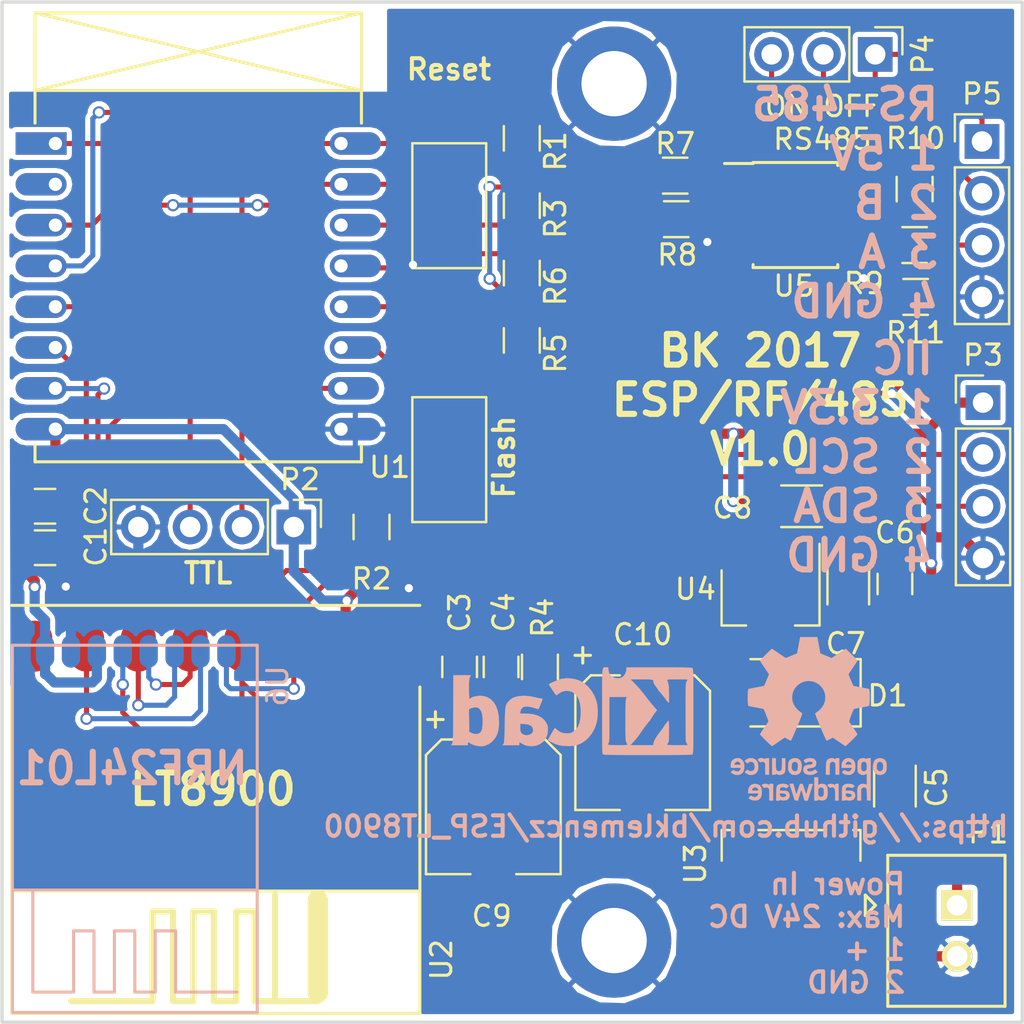
<source format=kicad_pcb>
(kicad_pcb (version 4) (host pcbnew 4.0.2-stable)
  (layers (0 F.Cu mixed) (31 B.Cu mixed) (34 B.Paste user) (35 F.Paste user) (36 B.SilkS user) (37 F.SilkS user) (38 B.Mask user) (39 F.Mask user) (44 Edge.Cuts user))
  (net 0 "")
  (net 1 +3V3)
  (net 2 GND)
  (net 3 /VIN)
  (net 4 +5V)
  (net 5 /RST)
  (net 6 /FLSH)
  (net 7 /CSN)
  (net 8 /SDA)
  (net 9 /SCL)
  (net 10 /SCK)
  (net 11 /MISO)
  (net 12 /MOSI)
  (net 13 /PKT)
  (net 14 /RxD)
  (net 15 /TxD)
  (net 16 /CHPD)
  (net 17 /DE_O)
  (net 18 /DE)
  (net 19 /485_B)
  (net 20 /485_A)
  (net 21 "Net-(R7-Pad1)")
  (module NRF24L01_12x18mm (layer B.Cu) (at 106.508 140.526)
    (fp_text reference U6 (at 7 -7 270) (layer B.SilkS) (effects (justify mirror)))
    (fp_text value nRF24L01_12x18mm)
    (pad 1 smd oval (at -4.4 -8.7) (size 0.9 1.6) (layers B.Cu B.Paste B.Mask) (net 1 +3V3))
    (pad 2 smd oval (at -3.13 -8.7) (size 0.9 1.6) (layers B.Cu B.Paste B.Mask) (net 2 GND))
    (pad 3 smd oval (at -1.86 -8.7) (size 0.9 1.6) (layers B.Cu B.Paste B.Mask) (net 1 +3V3))
    (pad 4 smd oval (at -0.59 -8.7) (size 0.9 1.6) (layers B.Cu B.Paste B.Mask) (net 7 /CSN))
    (pad 5 smd oval (at 0.68 -8.7) (size 0.9 1.6) (layers B.Cu B.Paste B.Mask) (net 10 /SCK))
    (pad 6 smd oval (at 1.95 -8.7) (size 0.9 1.6) (layers B.Cu B.Paste B.Mask) (net 12 /MOSI))
    (pad 7 smd oval (at 3.22 -8.7) (size 0.9 1.6) (layers B.Cu B.Paste B.Mask) (net 11 /MISO))
    (pad 8 smd oval (at 4.49 -8.7) (size 0.9 1.6) (layers B.Cu B.Paste B.Mask) (net 13 /PKT))
  )
  (module LT8900_2.54mmPitch_SMD_20x20 (layer F.Cu) (at 119.38 131.572 270)
    (fp_text reference U2 (at 15.367 -2.159 450) (layer F.SilkS))
    (fp_text value LT8900)
    (pad 1 smd rect (at 0 0 270) (size 2.5 1.7272) (layers F.Cu F.Paste F.Mask) (net 2 GND))
    (pad 2 smd oval (at 0 2.54 270) (size 2.5 1.7272) (layers F.Cu F.Paste F.Mask) (net 1 +3V3))
    (pad 3 smd oval (at 0 5.08 270) (size 2.5 1.7272) (layers F.Cu F.Paste F.Mask) (net 13 /PKT))
    (pad 4 smd oval (at 0 7.62 270) (size 2.5 1.7272) (layers F.Cu F.Paste F.Mask) (net 7 /CSN))
    (pad 5 smd oval (at 0 10.16 270) (size 2.5 1.7272) (layers F.Cu F.Paste F.Mask) (net 10 /SCK))
    (pad 6 smd oval (at 0 12.7 270) (size 2.5 1.7272) (layers F.Cu F.Paste F.Mask) (net 12 /MOSI))
    (pad 7 smd oval (at 0 15.24 270) (size 2.5 1.7272) (layers F.Cu F.Paste F.Mask) (net 11 /MISO))
    (pad 8 smd oval (at 0 17.78 270) (size 2.5 1.7272) (layers F.Cu F.Paste F.Mask))
  )
  (module Resistors_SMD:R_0805 (layer F.Cu) (at 144.78 114.4524)
    (fp_text reference R11 (at 0 1.7526) (layer F.SilkS))
    (fp_text value 510)
    (pad 1 smd rect (at -0.95 0) (size 0.7 1.3) (layers F.Cu F.Paste F.Mask) (net 19 /485_B))
    (pad 2 smd rect (at 0.95 0) (size 0.7 1.3) (layers F.Cu F.Paste F.Mask) (net 2 GND))
  )
  (module Buttons_Switches_SMD:SW_SPST_FSMSM (layer F.Cu) (at 121.92 109.982 270)
    (fp_text reference SW1 hide)
    (fp_text value Reset)
    (pad 1 smd rect (at -4.59 0 270) (size 2.18 1.6) (layers F.Cu F.Paste F.Mask) (net 5 /RST))
    (pad 2 smd rect (at 4.59 0 270) (size 2.18 1.6) (layers F.Cu F.Paste F.Mask) (net 2 GND))
  )
  (module Capacitors_SMD:C_0805 (layer F.Cu) (at 102.108 126.746)
    (fp_text reference C1 (at 2.492 -0.046 90) (layer F.SilkS))
    (fp_text value 100n)
    (pad 1 smd rect (at -1 0) (size 1 1.25) (layers F.Cu F.Paste F.Mask) (net 1 +3V3))
    (pad 2 smd rect (at 1 0) (size 1 1.25) (layers F.Cu F.Paste F.Mask) (net 2 GND))
  )
  (module Capacitors_SMD:C_0805 (layer F.Cu) (at 102.108 124.714)
    (fp_text reference C2 (at 2.492 -0.014 90) (layer F.SilkS))
    (fp_text value 1uF)
    (pad 1 smd rect (at -1 0) (size 1 1.25) (layers F.Cu F.Paste F.Mask) (net 1 +3V3))
    (pad 2 smd rect (at 1 0) (size 1 1.25) (layers F.Cu F.Paste F.Mask) (net 2 GND))
  )
  (module Capacitors_SMD:C_0805 (layer F.Cu) (at 122.428 132.588 90)
    (fp_text reference C3 (at 2.667 0 90) (layer F.SilkS))
    (fp_text value 100n)
    (pad 1 smd rect (at -1 0 90) (size 1 1.25) (layers F.Cu F.Paste F.Mask) (net 1 +3V3))
    (pad 2 smd rect (at 1 0 90) (size 1 1.25) (layers F.Cu F.Paste F.Mask) (net 2 GND))
  )
  (module Capacitors_SMD:C_0805 (layer F.Cu) (at 124.46 132.588 90)
    (fp_text reference C4 (at 2.667 0.127 90) (layer F.SilkS))
    (fp_text value 1uF)
    (pad 1 smd rect (at -1 0 90) (size 1 1.25) (layers F.Cu F.Paste F.Mask) (net 1 +3V3))
    (pad 2 smd rect (at 1 0 90) (size 1 1.25) (layers F.Cu F.Paste F.Mask) (net 2 GND))
  )
  (module Capacitors_SMD:C_1206 (layer F.Cu) (at 143.764 138.43 270)
    (fp_text reference C5 (at 0.07 -2.036 450) (layer F.SilkS))
    (fp_text value 10uF)
    (pad 1 smd rect (at -1.5 0 270) (size 1 1.6) (layers F.Cu F.Paste F.Mask) (net 3 /VIN))
    (pad 2 smd rect (at 1.5 0 270) (size 1 1.6) (layers F.Cu F.Paste F.Mask) (net 2 GND))
  )
  (module Capacitors_SMD:C_0805 (layer F.Cu) (at 143.764 128.524 90)
    (fp_text reference C6 (at 2.524 0 180) (layer F.SilkS))
    (fp_text value 100nF)
    (pad 1 smd rect (at -1 0 90) (size 1 1.25) (layers F.Cu F.Paste F.Mask) (net 4 +5V))
    (pad 2 smd rect (at 1 0 90) (size 1 1.25) (layers F.Cu F.Paste F.Mask) (net 2 GND))
  )
  (module Capacitors_SMD:C_1206 (layer F.Cu) (at 141.478 128.524 90)
    (fp_text reference C7 (at -2.921 -0.127 180) (layer F.SilkS))
    (fp_text value 1uF)
    (pad 1 smd rect (at -1.5 0 90) (size 1 1.6) (layers F.Cu F.Paste F.Mask) (net 4 +5V))
    (pad 2 smd rect (at 1.5 0 90) (size 1 1.6) (layers F.Cu F.Paste F.Mask) (net 2 GND))
  )
  (module Capacitors_SMD:C_1206 (layer F.Cu) (at 139.192 124.714)
    (fp_text reference C8 (at -3.392 0.086) (layer F.SilkS))
    (fp_text value 10uF)
    (pad 1 smd rect (at -1.5 0) (size 1 1.6) (layers F.Cu F.Paste F.Mask) (net 1 +3V3))
    (pad 2 smd rect (at 1.5 0) (size 1 1.6) (layers F.Cu F.Paste F.Mask) (net 2 GND))
  )
  (module BK_Common:JST_B2B-XH-A (layer F.Cu) (at 146.812 144.272 270)
    (fp_text reference P1 (at -3.556 -1.524 360) (layer F.SilkS))
    (fp_text value PWR)
    (pad 1 thru_hole rect (at 0 0 270) (size 1.5 1.5) (drill 1) (layers *.Cu *.Mask F.SilkS) (net 3 /VIN))
    (pad 2 thru_hole circle (at 2.5 0 270) (size 1.5 1.5) (drill 1) (layers *.Cu *.Mask F.SilkS) (net 2 GND))
  )
  (module Resistors_SMD:R_0805 (layer F.Cu) (at 125.476 106.68 90)
    (fp_text reference R1 (at -0.635 1.651 90) (layer F.SilkS))
    (fp_text value 10k)
    (pad 1 smd rect (at -0.95 0 90) (size 0.7 1.3) (layers F.Cu F.Paste F.Mask) (net 1 +3V3))
    (pad 2 smd rect (at 0.95 0 90) (size 0.7 1.3) (layers F.Cu F.Paste F.Mask) (net 5 /RST))
  )
  (module Resistors_SMD:R_0805 (layer F.Cu) (at 118.11 125.73 90)
    (fp_text reference R2 (at -2.54 0 180) (layer F.SilkS))
    (fp_text value 10k)
    (pad 1 smd rect (at -0.95 0 90) (size 0.7 1.3) (layers F.Cu F.Paste F.Mask) (net 1 +3V3))
    (pad 2 smd rect (at 0.95 0 90) (size 0.7 1.3) (layers F.Cu F.Paste F.Mask) (net 6 /FLSH))
  )
  (module Resistors_SMD:R_0805 (layer F.Cu) (at 125.476 109.982 270)
    (fp_text reference R3 (at 0.635 -1.65 270) (layer F.SilkS))
    (fp_text value 10k)
    (pad 1 smd rect (at -0.95 0 270) (size 0.7 1.3) (layers F.Cu F.Paste F.Mask) (net 1 +3V3))
    (pad 2 smd rect (at 0.95 0 270) (size 0.7 1.3) (layers F.Cu F.Paste F.Mask) (net 16 /CHPD))
  )
  (module Resistors_SMD:R_0805 (layer F.Cu) (at 126.365 132.588 90)
    (fp_text reference R4 (at 2.413 0.127 90) (layer F.SilkS))
    (fp_text value 10k)
    (pad 1 smd rect (at -0.95 0 90) (size 0.7 1.3) (layers F.Cu F.Paste F.Mask) (net 7 /CSN))
    (pad 2 smd rect (at 0.95 0 90) (size 0.7 1.3) (layers F.Cu F.Paste F.Mask) (net 2 GND))
  )
  (module Resistors_SMD:R_0805 (layer F.Cu) (at 125.476 116.586 270)
    (fp_text reference R5 (at 0.635 -1.651 270) (layer F.SilkS))
    (fp_text value 10k)
    (pad 1 smd rect (at -0.95 0 270) (size 0.7 1.3) (layers F.Cu F.Paste F.Mask) (net 1 +3V3))
    (pad 2 smd rect (at 0.95 0 270) (size 0.7 1.3) (layers F.Cu F.Paste F.Mask) (net 8 /SDA))
  )
  (module Resistors_SMD:R_0805 (layer F.Cu) (at 125.476 113.284 90)
    (fp_text reference R6 (at -0.635 1.651 90) (layer F.SilkS))
    (fp_text value 10k)
    (pad 1 smd rect (at -0.95 0 90) (size 0.7 1.3) (layers F.Cu F.Paste F.Mask) (net 1 +3V3))
    (pad 2 smd rect (at 0.95 0 90) (size 0.7 1.3) (layers F.Cu F.Paste F.Mask) (net 9 /SCL))
  )
  (module Buttons_Switches_SMD:SW_SPST_FSMSM (layer F.Cu) (at 121.92 122.428 270)
    (fp_text reference SW2 hide)
    (fp_text value Flash)
    (pad 1 smd rect (at -4.59 0 270) (size 2.18 1.6) (layers F.Cu F.Paste F.Mask) (net 6 /FLSH))
    (pad 2 smd rect (at 4.59 0 270) (size 2.18 1.6) (layers F.Cu F.Paste F.Mask) (net 2 GND))
  )
  (module BK_Common:ESP-07v2 (layer F.Cu) (at 102.616 106.934)
    (fp_text reference U1 (at 16.384 15.866) (layer F.SilkS))
    (fp_text value ESP-07)
    (fp_text user "" (at 6.892 -5.4) (layer F.SilkS))
    (pad 1 thru_hole rect (at 0 0) (size 2.5 1.1) (drill 0.65 (offset -0.7 0)) (layers *.Cu *.Mask) (net 5 /RST))
    (pad 2 thru_hole oval (at 0 2) (size 2.5 1.1) (drill 0.65 (offset -0.7 0)) (layers *.Cu *.Mask))
    (pad 3 thru_hole oval (at 0 4) (size 2.5 1.1) (drill 0.65 (offset -0.7 0)) (layers *.Cu *.Mask) (net 16 /CHPD))
    (pad 4 thru_hole oval (at 0 6) (size 2.5 1.1) (drill 0.65 (offset -0.7 0)) (layers *.Cu *.Mask) (net 18 /DE))
    (pad 5 thru_hole oval (at 0 8) (size 2.5 1.1) (drill 0.65 (offset -0.7 0)) (layers *.Cu *.Mask) (net 10 /SCK))
    (pad 6 thru_hole oval (at 0 10) (size 2.5 1.1) (drill 0.65 (offset -0.7 0)) (layers *.Cu *.Mask) (net 11 /MISO))
    (pad 7 thru_hole oval (at 0 12) (size 2.5 1.1) (drill 0.65 (offset -0.7 0)) (layers *.Cu *.Mask) (net 12 /MOSI))
    (pad 8 thru_hole oval (at 0 14) (size 2.5 1.1) (drill 0.65 (offset -0.7 0)) (layers *.Cu *.Mask) (net 1 +3V3))
    (pad 9 thru_hole oval (at 14 14) (size 2.5 1.1) (drill 0.65 (offset 0.7 0)) (layers *.Cu *.Mask) (net 2 GND))
    (pad 10 thru_hole oval (at 14 12) (size 2.5 1.1) (drill 0.65 (offset 0.6 0)) (layers *.Cu *.Mask) (net 7 /CSN))
    (pad 11 thru_hole oval (at 14 10) (size 2.5 1.1) (drill 0.65 (offset 0.7 0)) (layers *.Cu *.Mask) (net 13 /PKT))
    (pad 12 thru_hole oval (at 14 8) (size 2.5 1.1) (drill 0.65 (offset 0.7 0)) (layers *.Cu *.Mask) (net 6 /FLSH))
    (pad 13 thru_hole oval (at 14 6) (size 2.5 1.1) (drill 0.65 (offset 0.7 0)) (layers *.Cu *.Mask) (net 8 /SDA))
    (pad 14 thru_hole oval (at 14 4) (size 2.5 1.1) (drill 0.65 (offset 0.7 0)) (layers *.Cu *.Mask) (net 9 /SCL))
    (pad 15 thru_hole oval (at 14 2) (size 2.5 1.1) (drill 0.65 (offset 0.7 0)) (layers *.Cu *.Mask) (net 14 /RxD))
    (pad 16 thru_hole oval (at 14 0) (size 2.5 1.1) (drill 0.65 (offset 0.7 0)) (layers *.Cu *.Mask) (net 15 /TxD))
  )
  (module TO_SOT_Packages_SMD:TO-252-2Lead (layer F.Cu) (at 138.684 141.986 270)
    (fp_text reference U3 (at 0.254 4.699 270) (layer F.SilkS))
    (fp_text value MC78M05CDT)
    (pad 1 smd rect (at -3.7 -2.29 180) (size 2 3.5) (layers F.Cu F.Paste F.Mask) (net 3 /VIN))
    (pad 3 smd rect (at -3.7 2.29 180) (size 2 3.5) (layers F.Cu F.Paste F.Mask) (net 4 +5V))
    (pad 2 smd rect (at 3.7 0.01 180) (size 7 7) (layers F.Cu F.Paste F.Mask) (net 2 GND))
  )
  (module TO_SOT_Packages_SMD:SOT89-3_Housing (layer F.Cu) (at 137.668 128.778 270)
    (fp_text reference U4 (at 0 3.683 360) (layer F.SilkS))
    (fp_text value HT7333-A)
    (pad 1 smd rect (at -1.48 -1.5 180) (size 1 1.5) (layers F.Cu F.Paste F.Mask) (net 2 GND))
    (pad 2 smd rect (at -1.48 0 180) (size 1 1.5) (layers F.Cu F.Paste F.Mask) (net 4 +5V))
    (pad 3 smd rect (at -1.48 1.5 180) (size 1 1.5) (layers F.Cu F.Paste F.Mask) (net 1 +3V3))
    (pad 2 smd rect (at 1.48 0 180) (size 2 3) (layers F.Cu F.Paste F.Mask) (net 4 +5V))
    (pad 2 smd trapezoid (at -0.37 0) (size 1.5 0.75) (rect_delta 0 0.5) (layers F.Cu F.Paste F.Mask) (net 4 +5V))
  )
  (module Diodes_SMD:D_SMA_Standard (layer F.Cu) (at 138.684 133.858 180)
    (fp_text reference D1 (at -4.716 -0.142 180) (layer F.SilkS))
    (fp_text value SS13)
    (pad 1 smd rect (at -2 0 180) (size 2.5 1.8) (layers F.Cu F.Paste F.Mask) (net 3 /VIN))
    (pad 2 smd rect (at 2 0 180) (size 2.5 1.8) (layers F.Cu F.Paste F.Mask) (net 4 +5V))
  )
  (module Pin_Headers:Pin_Header_Straight_1x04_Pitch2.54mm (layer F.Cu) (at 114.3 125.73 270)
    (fp_text reference P2 (at -2.33 -0.3 360) (layer F.SilkS))
    (fp_text value TTL)
    (pad 1 thru_hole rect (at 0 0 270) (size 1.7 1.7) (drill 1) (layers *.Cu *.Mask) (net 1 +3V3))
    (pad 2 thru_hole oval (at 0 2.54 270) (size 1.7 1.7) (drill 1) (layers *.Cu *.Mask) (net 14 /RxD))
    (pad 3 thru_hole oval (at 0 5.08 270) (size 1.7 1.7) (drill 1) (layers *.Cu *.Mask) (net 15 /TxD))
    (pad 4 thru_hole oval (at 0 7.62 270) (size 1.7 1.7) (drill 1) (layers *.Cu *.Mask) (net 2 GND))
  )
  (module Pin_Headers:Pin_Header_Straight_1x04_Pitch2.54mm (layer F.Cu) (at 148.082 119.634)
    (fp_text reference P3 (at 0 -2.33) (layer F.SilkS))
    (fp_text value I2C)
    (pad 1 thru_hole rect (at 0 0) (size 1.7 1.7) (drill 1) (layers *.Cu *.Mask) (net 1 +3V3))
    (pad 2 thru_hole oval (at 0 2.54) (size 1.7 1.7) (drill 1) (layers *.Cu *.Mask) (net 9 /SCL))
    (pad 3 thru_hole oval (at 0 5.08) (size 1.7 1.7) (drill 1) (layers *.Cu *.Mask) (net 8 /SDA))
    (pad 4 thru_hole oval (at 0 7.62) (size 1.7 1.7) (drill 1) (layers *.Cu *.Mask) (net 2 GND))
  )
  (module Pin_Headers:Pin_Header_Straight_1x03_Pitch2.54mm (layer F.Cu) (at 142.7988 102.5652 270)
    (fp_text reference P4 (at 0 -2.33 270) (layer F.SilkS))
    (fp_text value 485_EN)
    (pad 1 thru_hole rect (at 0 0 270) (size 1.7 1.7) (drill 1) (layers *.Cu *.Mask) (net 4 +5V))
    (pad 2 thru_hole oval (at 0 2.54 270) (size 1.7 1.7) (drill 1) (layers *.Cu *.Mask) (net 17 /DE_O))
    (pad 3 thru_hole oval (at 0 5.08 270) (size 1.7 1.7) (drill 1) (layers *.Cu *.Mask) (net 18 /DE))
  )
  (module Pin_Headers:Pin_Header_Straight_1x04_Pitch2.54mm (layer F.Cu) (at 148.0312 106.8324)
    (fp_text reference P5 (at 0 -2.33) (layer F.SilkS))
    (fp_text value RS485)
    (pad 1 thru_hole rect (at 0 0) (size 1.7 1.7) (drill 1) (layers *.Cu *.Mask) (net 4 +5V))
    (pad 2 thru_hole oval (at 0 2.54) (size 1.7 1.7) (drill 1) (layers *.Cu *.Mask) (net 19 /485_B))
    (pad 3 thru_hole oval (at 0 5.08) (size 1.7 1.7) (drill 1) (layers *.Cu *.Mask) (net 20 /485_A))
    (pad 4 thru_hole oval (at 0 7.62) (size 1.7 1.7) (drill 1) (layers *.Cu *.Mask) (net 2 GND))
  )
  (module Resistors_SMD:R_0805 (layer F.Cu) (at 132.9944 108.5088 180)
    (fp_text reference R7 (at 0 1.5748 180) (layer F.SilkS))
    (fp_text value 10k)
    (pad 1 smd rect (at -0.95 0 180) (size 0.7 1.3) (layers F.Cu F.Paste F.Mask) (net 21 "Net-(R7-Pad1)"))
    (pad 2 smd rect (at 0.95 0 180) (size 0.7 1.3) (layers F.Cu F.Paste F.Mask) (net 14 /RxD))
  )
  (module Resistors_SMD:R_0805 (layer F.Cu) (at 133.0452 110.6424)
    (fp_text reference R8 (at 0.0508 1.7526) (layer F.SilkS))
    (fp_text value 20k)
    (pad 1 smd rect (at -0.95 0) (size 0.7 1.3) (layers F.Cu F.Paste F.Mask) (net 14 /RxD))
    (pad 2 smd rect (at 0.95 0) (size 0.7 1.3) (layers F.Cu F.Paste F.Mask) (net 2 GND))
  )
  (module Resistors_SMD:R_0805 (layer F.Cu) (at 144.7292 111.9124)
    (fp_text reference R9 (at -2.4892 1.8796) (layer F.SilkS))
    (fp_text value 510)
    (pad 1 smd rect (at -0.95 0) (size 0.7 1.3) (layers F.Cu F.Paste F.Mask) (net 4 +5V))
    (pad 2 smd rect (at 0.95 0) (size 0.7 1.3) (layers F.Cu F.Paste F.Mask) (net 20 /485_A))
  )
  (module Resistors_SMD:R_0805 (layer F.Cu) (at 144.7292 109.1692 90)
    (fp_text reference R10 (at 2.4892 0.0508 180) (layer F.SilkS))
    (fp_text value 120)
    (pad 1 smd rect (at -0.95 0 90) (size 0.7 1.3) (layers F.Cu F.Paste F.Mask) (net 20 /485_A))
    (pad 2 smd rect (at 0.95 0 90) (size 0.7 1.3) (layers F.Cu F.Paste F.Mask) (net 19 /485_B))
  )
  (module Housings_SOIC:SOIC-8_3.9x4.9mm_Pitch1.27mm (layer F.Cu) (at 138.8872 110.4392)
    (fp_text reference U5 (at -0.0762 3.4798) (layer F.SilkS))
    (fp_text value MAX487)
    (pad 1 smd rect (at -2.7 -1.905) (size 1.55 0.6) (layers F.Cu F.Paste F.Mask) (net 21 "Net-(R7-Pad1)"))
    (pad 2 smd rect (at -2.7 -0.635) (size 1.55 0.6) (layers F.Cu F.Paste F.Mask) (net 17 /DE_O))
    (pad 3 smd rect (at -2.7 0.635) (size 1.55 0.6) (layers F.Cu F.Paste F.Mask) (net 17 /DE_O))
    (pad 4 smd rect (at -2.7 1.905) (size 1.55 0.6) (layers F.Cu F.Paste F.Mask) (net 15 /TxD))
    (pad 5 smd rect (at 2.7 1.905) (size 1.55 0.6) (layers F.Cu F.Paste F.Mask) (net 2 GND))
    (pad 6 smd rect (at 2.7 0.635) (size 1.55 0.6) (layers F.Cu F.Paste F.Mask) (net 20 /485_A))
    (pad 7 smd rect (at 2.7 -0.635) (size 1.55 0.6) (layers F.Cu F.Paste F.Mask) (net 19 /485_B))
    (pad 8 smd rect (at 2.7 -1.905) (size 1.55 0.6) (layers F.Cu F.Paste F.Mask) (net 4 +5V))
  )
  (module Mounting_Holes:MountingHole_3.2mm_M3_DIN965_Pad (layer F.Cu) (at 130 146)
    (fp_text reference M2 hide)
    (fp_text value "")
    (pad 1 thru_hole circle (at 0 0) (size 5.6 5.6) (drill 3.2) (layers *.Cu *.Mask) (net 2 GND))
  )
  (module Mounting_Holes:MountingHole_3.2mm_M3_DIN965_Pad (layer F.Cu) (at 130 104)
    (fp_text reference M1 hide)
    (fp_text value "" hide)
    (pad 1 thru_hole circle (at 0 0) (size 5.6 5.6) (drill 3.2) (layers *.Cu *.Mask) (net 2 GND))
  )
  (module Symbols:OSHW-Logo_7.5x8mm_SilkScreen (layer B.Cu) (at 139.5476 135.128 180)
    (fp_text reference "" hide)
    (fp_text value "" hide)
  )
  (module Symbols:Symbol_KiCAD-Logo_CopperAndSilkScreenTop (layer B.Cu) (at 127.9652 134.5692 180)
    (fp_text reference "" hide)
    (fp_text value "" hide)
  )
  (module Capacitors_SMD:CP_Elec_6.3x7.7 (layer F.Cu) (at 124.079 139.446 270)
    (fp_text reference C9 (at 5.354 0.079 360) (layer F.SilkS))
    (fp_text value 330u/6.3V)
    (fp_text user + (at -4.28 2.91 270) (layer F.SilkS))
    (pad 1 smd rect (at -2.7 0 90) (size 3.5 1.6) (layers F.Cu F.Paste F.Mask) (net 1 +3V3))
    (pad 2 smd rect (at 2.7 0 90) (size 3.5 1.6) (layers F.Cu F.Paste F.Mask) (net 2 GND))
  )
  (module Capacitors_SMD:CP_Elec_6.3x5.3 (layer F.Cu) (at 131.4 136.3 270)
    (fp_text reference C10 (at -5.3 0 360) (layer F.SilkS))
    (fp_text value 100u/16V)
    (fp_text user + (at -4.28 3.01 270) (layer F.SilkS))
    (pad 1 smd rect (at -2.7 0 90) (size 3.5 1.6) (layers F.Cu F.Paste F.Mask) (net 4 +5V))
    (pad 2 smd rect (at 2.7 0 90) (size 3.5 1.6) (layers F.Cu F.Paste F.Mask) (net 2 GND))
  )
  (gr_text https://github.com/bklemencz/ESP_LT8900 (at 132.5372 140.4112) (layer B.SilkS) (effects (font (size 1 1) (thickness 0.2)) (justify mirror)))
  (gr_text LT8900 (at 110.3376 138.5824) (layer F.SilkS) (effects (font (size 1.5 1.5) (thickness 0.3))))
  (gr_text NRF24L01 (at 106.3752 137.5664) (layer B.SilkS) (effects (font (size 1.5 1.5) (thickness 0.3)) (justify mirror)))
  (gr_text TTL (at 110.1 128) (layer F.SilkS) (effects (font (size 1 1) (thickness 0.2))))
  (gr_text Flash (at 124.6 122.3 90) (layer F.SilkS) (effects (font (size 1 1) (thickness 0.2))))
  (gr_text Reset (at 121.9 103.3) (layer F.SilkS) (effects (font (size 1 1) (thickness 0.2))))
  (gr_text "BK 2017\nESP/RF/485\nV1.0" (at 137.16 119.507) (layer F.SilkS) (effects (font (size 1.5 1.5) (thickness 0.3))))
  (gr_text "ON OFF\nRS485" (at 140.208 105.918) (layer F.SilkS) (effects (font (size 1 1))))
  (gr_text "RS-485\n1 5V\n2 B\n3 A\n4 GND" (at 146.05 109.855) (layer B.SilkS) (effects (font (size 1.5 1.5) (thickness 0.3)) (justify left mirror)))
  (gr_text "IIC\n1 3.3V\n2 SCL\n3 SDA\n4 GND" (at 145.796 122.301) (layer B.SilkS) (effects (font (size 1.5 1.5) (thickness 0.3)) (justify left mirror)))
  (gr_text "Power In\nMax: 24V DC\n1 +\n2 GND" (at 144.3736 145.6436) (layer B.SilkS) (effects (font (size 1 1) (thickness 0.2)) (justify left mirror)))
  (gr_line (start 100 100) (end 100 150) (angle 90) (layer Edge.Cuts) (width 0.15))
  (gr_line (start 150 100) (end 100 100) (angle 90) (layer Edge.Cuts) (width 0.15))
  (gr_line (start 150 150) (end 150 100) (angle 90) (layer Edge.Cuts) (width 0.15))
  (gr_line (start 100 150) (end 150 150) (angle 90) (layer Edge.Cuts) (width 0.15))
  (segment (start 102.108 131.826) (end 102.108 132.9436) (width 0.5) (layer B.Cu) (net 1))
  (segment (start 104.424 133.35) (end 104.648 133.126) (width 0.5) (layer B.Cu) (net 1))
  (segment (start 102.108 132.9436) (end 102.1588 132.9436) (width 0.5) (layer B.Cu) (net 1))
  (segment (start 102.1588 132.9436) (end 102.5652 133.35) (width 0.5) (layer B.Cu) (net 1))
  (segment (start 102.5652 133.35) (end 104.424 133.35) (width 0.5) (layer B.Cu) (net 1))
  (segment (start 104.648 133.126) (end 104.648 131.826) (width 0.5) (layer B.Cu) (net 1))
  (via (at 116.8908 129.3368) (size 0.6) (drill 0.4) (layers F.Cu B.Cu) (net 1))
  (segment (start 115.7224 129.3368) (end 116.8908 129.3368) (width 0.5) (layer B.Cu) (net 1))
  (segment (start 114.3 127.9144) (end 115.7224 129.3368) (width 0.5) (layer B.Cu) (net 1))
  (segment (start 114.3 127.6096) (end 114.3 127.9144) (width 0.5) (layer B.Cu) (net 1))
  (segment (start 101.6 129.794) (end 101.6 128.6764) (width 0.5) (layer B.Cu) (net 1))
  (segment (start 102.108 130.302) (end 101.6 129.794) (width 0.5) (layer B.Cu) (net 1))
  (segment (start 102.108 131.826) (end 102.108 130.302) (width 0.5) (layer B.Cu) (net 1))
  (via (at 101.6 128.6764) (size 0.6) (drill 0.4) (layers F.Cu B.Cu) (net 1))
  (segment (start 101.6 128.363) (end 101.6 128.6764) (width 0.5) (layer F.Cu) (net 1))
  (segment (start 101.108 126.746) (end 101.108 127.871) (width 0.5) (layer F.Cu) (net 1))
  (segment (start 101.108 127.871) (end 101.6 128.363) (width 0.5) (layer F.Cu) (net 1))
  (segment (start 122.428 133.588) (end 122.428 135.095) (width 0.5) (layer F.Cu) (net 1))
  (segment (start 122.428 135.095) (end 124.079 136.746) (width 0.5) (layer F.Cu) (net 1))
  (segment (start 122.428 133.588) (end 121.303 133.588) (width 0.5) (layer F.Cu) (net 1))
  (segment (start 121.303 133.588) (end 121.287 133.604) (width 0.5) (layer F.Cu) (net 1))
  (segment (start 121.287 133.604) (end 117.348 133.604) (width 0.5) (layer F.Cu) (net 1))
  (segment (start 117.348 133.604) (end 116.84 133.096) (width 0.5) (layer F.Cu) (net 1))
  (segment (start 116.84 133.096) (end 116.84 131.572) (width 0.5) (layer F.Cu) (net 1))
  (segment (start 124.46 133.588) (end 122.428 133.588) (width 0.5) (layer F.Cu) (net 1))
  (segment (start 145.1864 121.158) (end 146.7104 119.634) (width 0.5) (layer F.Cu) (net 1))
  (segment (start 146.7104 119.634) (end 148.082 119.634) (width 0.5) (layer F.Cu) (net 1))
  (segment (start 135.8392 121.158) (end 145.1864 121.158) (width 0.5) (layer F.Cu) (net 1))
  (segment (start 128.3208 110.49) (end 126.8628 109.032) (width 0.5) (layer F.Cu) (net 1))
  (segment (start 126.8628 109.032) (end 125.476 109.032) (width 0.5) (layer F.Cu) (net 1))
  (segment (start 128.3208 115.7732) (end 128.3208 110.49) (width 0.5) (layer F.Cu) (net 1))
  (segment (start 133.7056 121.158) (end 128.3208 115.7732) (width 0.5) (layer F.Cu) (net 1))
  (segment (start 135.8392 121.158) (end 133.7056 121.158) (width 0.5) (layer F.Cu) (net 1))
  (segment (start 123.9012 109.0676) (end 125.4404 109.0676) (width 0.25) (layer F.Cu) (net 1))
  (segment (start 125.4404 109.0676) (end 125.476 109.032) (width 0.25) (layer F.Cu) (net 1))
  (via (at 123.9012 109.0676) (size 0.6) (drill 0.4) (layers F.Cu B.Cu) (net 1))
  (segment (start 123.9012 113.5592) (end 123.9012 109.0676) (width 0.25) (layer B.Cu) (net 1))
  (via (at 123.9012 113.5592) (size 0.6) (drill 0.4) (layers F.Cu B.Cu) (net 1))
  (segment (start 125.476 114.234) (end 124.576 114.234) (width 0.25) (layer F.Cu) (net 1))
  (segment (start 124.576 114.234) (end 123.9012 113.5592) (width 0.25) (layer F.Cu) (net 1))
  (segment (start 125.476 109.032) (end 125.776 109.032) (width 0.5) (layer F.Cu) (net 1))
  (segment (start 135.8392 124.46) (end 137.438 124.46) (width 0.5) (layer F.Cu) (net 1))
  (segment (start 137.438 124.46) (end 137.692 124.714) (width 0.5) (layer F.Cu) (net 1))
  (segment (start 135.8392 121.158) (end 135.8392 124.46) (width 0.5) (layer B.Cu) (net 1))
  (via (at 135.8392 124.46) (size 0.6) (drill 0.4) (layers F.Cu B.Cu) (net 1))
  (via (at 135.8392 121.158) (size 0.6) (drill 0.4) (layers F.Cu B.Cu) (net 1))
  (segment (start 114.3 125.73) (end 114.3 124.38) (width 0.5) (layer B.Cu) (net 1))
  (segment (start 114.3 124.38) (end 110.854 120.934) (width 0.5) (layer B.Cu) (net 1))
  (segment (start 110.854 120.934) (end 102.616 120.934) (width 0.5) (layer B.Cu) (net 1))
  (segment (start 114.3 127.6096) (end 114.3 125.73) (width 0.5) (layer B.Cu) (net 1))
  (segment (start 101.092 123.7234) (end 102.616 122.1994) (width 0.5) (layer F.Cu) (net 1))
  (segment (start 102.616 122.1994) (end 102.616 120.934) (width 0.5) (layer F.Cu) (net 1))
  (segment (start 101.092 124.573) (end 101.092 123.7234) (width 0.5) (layer F.Cu) (net 1))
  (segment (start 101.108 124.714) (end 101.108 124.589) (width 0.5) (layer F.Cu) (net 1))
  (segment (start 101.108 124.589) (end 101.092 124.573) (width 0.5) (layer F.Cu) (net 1))
  (segment (start 101.108 124.714) (end 101.108 126.746) (width 0.5) (layer F.Cu) (net 1))
  (segment (start 116.84 131.572) (end 116.84 129.3368) (width 0.5) (layer F.Cu) (net 1))
  (segment (start 116.84 129.3368) (end 118.11 128.0668) (width 0.5) (layer F.Cu) (net 1))
  (segment (start 118.11 128.0668) (end 118.11 126.68) (width 0.5) (layer F.Cu) (net 1))
  (segment (start 124.3584 125.1204) (end 119.9696 125.1204) (width 0.5) (layer F.Cu) (net 1))
  (segment (start 119.9696 125.1204) (end 118.41 126.68) (width 0.5) (layer F.Cu) (net 1))
  (segment (start 118.41 126.68) (end 118.11 126.68) (width 0.5) (layer F.Cu) (net 1))
  (segment (start 126.536 127.298) (end 124.3584 125.1204) (width 0.5) (layer F.Cu) (net 1))
  (segment (start 136.168 127.298) (end 126.536 127.298) (width 0.5) (layer F.Cu) (net 1))
  (segment (start 125.476 109.032) (end 125.476 107.63) (width 0.25) (layer F.Cu) (net 1))
  (segment (start 125.476 115.636) (end 125.476 114.234) (width 0.25) (layer F.Cu) (net 1))
  (segment (start 136.168 127.298) (end 136.168 126.238) (width 0.5) (layer F.Cu) (net 1))
  (segment (start 136.168 126.238) (end 137.692 124.714) (width 0.5) (layer F.Cu) (net 1))
  (segment (start 103.124 129.9972) (end 103.378 130.2512) (width 0.5) (layer B.Cu) (net 2))
  (segment (start 103.378 130.2512) (end 103.378 131.826) (width 0.5) (layer B.Cu) (net 2))
  (segment (start 103.124 128.651) (end 103.124 129.9972) (width 0.5) (layer B.Cu) (net 2))
  (segment (start 119.9388 129.2632) (end 119.9388 128.7272) (width 0.5) (layer F.Cu) (net 2))
  (via (at 119.9388 128.7272) (size 0.6) (drill 0.4) (layers F.Cu B.Cu) (net 2))
  (segment (start 119.38 131.572) (end 119.38 129.822) (width 0.5) (layer F.Cu) (net 2))
  (segment (start 119.38 129.822) (end 119.9388 129.2632) (width 0.5) (layer F.Cu) (net 2))
  (segment (start 133.8 142.35) (end 133.8 144.812) (width 0.5) (layer F.Cu) (net 2))
  (segment (start 133.8 144.812) (end 134.674 145.686) (width 0.5) (layer F.Cu) (net 2))
  (segment (start 134.674 145.686) (end 138.674 145.686) (width 0.5) (layer F.Cu) (net 2))
  (segment (start 131.4 139) (end 131.4 139.95) (width 0.5) (layer F.Cu) (net 2))
  (segment (start 131.4 139.95) (end 133.8 142.35) (width 0.5) (layer F.Cu) (net 2))
  (segment (start 127.635 140.208) (end 125.697 142.146) (width 0.5) (layer F.Cu) (net 2))
  (segment (start 125.697 142.146) (end 124.079 142.146) (width 0.5) (layer F.Cu) (net 2))
  (segment (start 127.635 132.608) (end 127.635 140.208) (width 0.5) (layer F.Cu) (net 2))
  (segment (start 126.365 131.638) (end 126.665 131.638) (width 0.5) (layer F.Cu) (net 2))
  (segment (start 126.665 131.638) (end 127.635 132.608) (width 0.5) (layer F.Cu) (net 2))
  (segment (start 121.285 130.048) (end 121.92 129.413) (width 0.5) (layer F.Cu) (net 2))
  (segment (start 121.92 129.413) (end 121.92 127.018) (width 0.5) (layer F.Cu) (net 2))
  (segment (start 120.7516 130.048) (end 121.285 130.048) (width 0.5) (layer F.Cu) (net 2))
  (segment (start 119.38 131.572) (end 119.38 131.4196) (width 0.5) (layer F.Cu) (net 2))
  (segment (start 119.38 131.4196) (end 120.7516 130.048) (width 0.5) (layer F.Cu) (net 2))
  (segment (start 122.428 131.588) (end 119.396 131.588) (width 0.5) (layer F.Cu) (net 2))
  (segment (start 119.396 131.588) (end 119.38 131.572) (width 0.5) (layer F.Cu) (net 2))
  (segment (start 124.46 131.588) (end 122.428 131.588) (width 0.5) (layer F.Cu) (net 2))
  (segment (start 126.365 131.638) (end 124.51 131.638) (width 0.5) (layer F.Cu) (net 2))
  (segment (start 124.51 131.638) (end 124.46 131.588) (width 0.5) (layer F.Cu) (net 2))
  (segment (start 145.7452 126.238) (end 144.2212 124.714) (width 0.5) (layer F.Cu) (net 2))
  (segment (start 144.2212 124.714) (end 140.692 124.714) (width 0.5) (layer F.Cu) (net 2))
  (segment (start 147.066 126.238) (end 145.7452 126.238) (width 0.5) (layer F.Cu) (net 2))
  (segment (start 148.082 127.254) (end 147.066 126.238) (width 0.5) (layer F.Cu) (net 2))
  (segment (start 140.692 125.1472) (end 141.478 125.9332) (width 0.5) (layer F.Cu) (net 2))
  (segment (start 141.478 125.9332) (end 141.478 127.024) (width 0.5) (layer F.Cu) (net 2))
  (segment (start 140.692 124.714) (end 140.692 125.1472) (width 0.5) (layer F.Cu) (net 2))
  (via (at 142.231 113.538) (size 0.6) (drill 0.4) (layers F.Cu B.Cu) (net 2))
  (segment (start 141.5872 112.3442) (end 141.5872 112.8942) (width 0.25) (layer F.Cu) (net 2))
  (segment (start 141.5872 112.8942) (end 142.231 113.538) (width 0.25) (layer F.Cu) (net 2))
  (via (at 134.5692 111.76) (size 0.6) (drill 0.4) (layers F.Cu B.Cu) (net 2))
  (segment (start 134.2128 111.76) (end 134.5692 111.76) (width 0.25) (layer F.Cu) (net 2))
  (segment (start 133.9952 110.6424) (end 133.9952 111.5424) (width 0.25) (layer F.Cu) (net 2))
  (segment (start 133.9952 111.5424) (end 134.2128 111.76) (width 0.25) (layer F.Cu) (net 2))
  (segment (start 145.73 114.4524) (end 148.0312 114.4524) (width 0.25) (layer F.Cu) (net 2))
  (via (at 120.142 112.8776) (size 0.6) (drill 0.4) (layers F.Cu B.Cu) (net 2))
  (segment (start 121.5656 112.8776) (end 120.142 112.8776) (width 0.25) (layer F.Cu) (net 2))
  (segment (start 121.92 114.572) (end 121.92 113.232) (width 0.25) (layer F.Cu) (net 2))
  (segment (start 121.92 113.232) (end 121.5656 112.8776) (width 0.25) (layer F.Cu) (net 2))
  (segment (start 103.108 126.746) (end 103.108 128.635) (width 0.5) (layer F.Cu) (net 2))
  (segment (start 103.108 128.635) (end 103.124 128.651) (width 0.5) (layer F.Cu) (net 2))
  (via (at 103.124 128.651) (size 0.6) (drill 0.4) (layers F.Cu B.Cu) (net 2))
  (segment (start 105.2068 128.651) (end 103.124 128.651) (width 0.5) (layer B.Cu) (net 2))
  (segment (start 106.68 127.1778) (end 105.2068 128.651) (width 0.5) (layer B.Cu) (net 2))
  (segment (start 106.68 126.932081) (end 106.68 127.1778) (width 0.5) (layer B.Cu) (net 2))
  (segment (start 106.68 125.73) (end 106.68 126.932081) (width 0.5) (layer B.Cu) (net 2))
  (segment (start 146.812 146.772) (end 139.76 146.772) (width 0.5) (layer F.Cu) (net 2))
  (segment (start 139.76 146.772) (end 138.674 145.686) (width 0.5) (layer F.Cu) (net 2))
  (segment (start 119.364 131.588) (end 119.38 131.572) (width 0.5) (layer F.Cu) (net 2))
  (segment (start 103.108 126.746) (end 103.108 124.714) (width 0.5) (layer F.Cu) (net 2))
  (segment (start 147.812 127.524) (end 148.082 127.254) (width 0.5) (layer F.Cu) (net 2))
  (segment (start 142.264 127.024) (end 142.264 127.149) (width 0.5) (layer F.Cu) (net 2))
  (segment (start 142.264 127.149) (end 142.639 127.524) (width 0.5) (layer F.Cu) (net 2))
  (segment (start 142.639 127.524) (end 143.764 127.524) (width 0.5) (layer F.Cu) (net 2))
  (segment (start 141.478 127.024) (end 142.264 127.024) (width 0.5) (layer F.Cu) (net 2))
  (segment (start 141.478 127.024) (end 139.442 127.024) (width 0.5) (layer F.Cu) (net 2))
  (segment (start 139.442 127.024) (end 139.168 127.298) (width 0.5) (layer F.Cu) (net 2))
  (segment (start 138.674 145.686) (end 142.674 145.686) (width 0.5) (layer F.Cu) (net 2))
  (segment (start 142.674 145.686) (end 143.764 144.596) (width 0.5) (layer F.Cu) (net 2))
  (segment (start 143.764 144.596) (end 143.764 140.93) (width 0.5) (layer F.Cu) (net 2))
  (segment (start 143.764 140.93) (end 143.764 139.93) (width 0.5) (layer F.Cu) (net 2))
  (segment (start 146.812 144.272) (end 146.812 139.678) (width 0.5) (layer F.Cu) (net 3))
  (segment (start 146.812 139.678) (end 144.064 136.93) (width 0.5) (layer F.Cu) (net 3))
  (segment (start 144.064 136.93) (end 143.764 136.93) (width 0.5) (layer F.Cu) (net 3))
  (segment (start 140.974 138.286) (end 142.408 138.286) (width 0.5) (layer F.Cu) (net 3))
  (segment (start 142.408 138.286) (end 143.764 136.93) (width 0.5) (layer F.Cu) (net 3))
  (segment (start 142.621 133.858) (end 143.764 135.001) (width 0.5) (layer F.Cu) (net 3))
  (segment (start 143.764 135.001) (end 143.764 136.93) (width 0.5) (layer F.Cu) (net 3))
  (segment (start 140.684 133.858) (end 142.621 133.858) (width 0.5) (layer F.Cu) (net 3))
  (segment (start 131.4 133.6) (end 132.7 133.6) (width 0.5) (layer F.Cu) (net 4))
  (segment (start 136.042 130.258) (end 137.668 130.258) (width 0.5) (layer F.Cu) (net 4))
  (segment (start 132.7 133.6) (end 136.042 130.258) (width 0.5) (layer F.Cu) (net 4))
  (segment (start 141.3256 119.1768) (end 143.6116 119.1768) (width 0.25) (layer F.Cu) (net 4))
  (segment (start 138.5824 116.4336) (end 141.3256 119.1768) (width 0.25) (layer F.Cu) (net 4))
  (segment (start 138.5824 110.514) (end 138.5824 116.4336) (width 0.25) (layer F.Cu) (net 4))
  (segment (start 141.5872 108.5342) (end 140.5622 108.5342) (width 0.25) (layer F.Cu) (net 4))
  (segment (start 140.5622 108.5342) (end 138.5824 110.514) (width 0.25) (layer F.Cu) (net 4))
  (segment (start 143.6116 119.1768) (end 144.7292 118.0592) (width 0.25) (layer F.Cu) (net 4))
  (segment (start 144.7292 118.0592) (end 144.7292 112.1664) (width 0.25) (layer F.Cu) (net 4))
  (segment (start 144.7292 112.1664) (end 144.4752 111.9124) (width 0.25) (layer F.Cu) (net 4))
  (segment (start 144.4752 111.9124) (end 143.7792 111.9124) (width 0.25) (layer F.Cu) (net 4))
  (via (at 143.6116 119.1768) (size 0.6) (drill 0.4) (layers F.Cu B.Cu) (net 4))
  (segment (start 145.542 121.1072) (end 143.6116 119.1768) (width 0.5) (layer B.Cu) (net 4))
  (segment (start 145.542 127.508) (end 145.542 121.1072) (width 0.5) (layer B.Cu) (net 4))
  (via (at 145.542 127.508) (size 0.6) (drill 0.4) (layers F.Cu B.Cu) (net 4))
  (segment (start 145.542 128.871) (end 145.542 127.508) (width 0.5) (layer F.Cu) (net 4))
  (segment (start 143.764 129.524) (end 144.889 129.524) (width 0.5) (layer F.Cu) (net 4))
  (segment (start 144.889 129.524) (end 145.542 128.871) (width 0.5) (layer F.Cu) (net 4))
  (segment (start 148.0312 106.8324) (end 148.0312 105.7324) (width 0.25) (layer F.Cu) (net 4))
  (segment (start 148.0312 105.7324) (end 144.864 102.5652) (width 0.25) (layer F.Cu) (net 4))
  (segment (start 144.864 102.5652) (end 143.8988 102.5652) (width 0.25) (layer F.Cu) (net 4))
  (segment (start 143.8988 102.5652) (end 142.7988 102.5652) (width 0.25) (layer F.Cu) (net 4))
  (segment (start 141.5872 107.2312) (end 142.7988 106.0196) (width 0.25) (layer F.Cu) (net 4))
  (segment (start 142.7988 106.0196) (end 142.7988 102.5652) (width 0.25) (layer F.Cu) (net 4))
  (segment (start 141.5872 108.5342) (end 141.5872 107.2312) (width 0.25) (layer F.Cu) (net 4))
  (segment (start 137.668 127.298) (end 137.668 128.408) (width 0.5) (layer F.Cu) (net 4))
  (segment (start 137.668 130.258) (end 137.668 127.298) (width 0.5) (layer F.Cu) (net 4))
  (segment (start 141.478 130.024) (end 137.902 130.024) (width 0.5) (layer F.Cu) (net 4))
  (segment (start 137.902 130.024) (end 137.668 130.258) (width 0.5) (layer F.Cu) (net 4))
  (segment (start 136.684 133.858) (end 136.684 133.445) (width 0.5) (layer F.Cu) (net 4))
  (segment (start 136.684 133.445) (end 137.668 132.461) (width 0.5) (layer F.Cu) (net 4))
  (segment (start 136.394 138.286) (end 136.394 136.036) (width 0.5) (layer F.Cu) (net 4))
  (segment (start 136.394 136.036) (end 136.684 135.746) (width 0.5) (layer F.Cu) (net 4))
  (segment (start 136.684 135.746) (end 136.684 133.858) (width 0.5) (layer F.Cu) (net 4))
  (segment (start 142.137 130.024) (end 142.637 129.524) (width 0.5) (layer F.Cu) (net 4))
  (segment (start 142.637 129.524) (end 143.764 129.524) (width 0.5) (layer F.Cu) (net 4))
  (segment (start 141.478 130.024) (end 142.137 130.024) (width 0.5) (layer F.Cu) (net 4))
  (segment (start 137.668 132.461) (end 137.668 130.258) (width 0.5) (layer F.Cu) (net 4))
  (segment (start 105.3846 106.934) (end 102.616 106.934) (width 0.25) (layer F.Cu) (net 5))
  (segment (start 106.3244 105.9942) (end 105.3846 106.934) (width 0.25) (layer F.Cu) (net 5))
  (segment (start 120.2678 105.9942) (end 106.3244 105.9942) (width 0.25) (layer F.Cu) (net 5))
  (segment (start 121.92 105.392) (end 120.87 105.392) (width 0.25) (layer F.Cu) (net 5))
  (segment (start 120.87 105.392) (end 120.2678 105.9942) (width 0.25) (layer F.Cu) (net 5))
  (segment (start 125.476 105.73) (end 122.258 105.73) (width 0.25) (layer F.Cu) (net 5))
  (segment (start 122.258 105.73) (end 121.92 105.392) (width 0.25) (layer F.Cu) (net 5))
  (segment (start 118.11 124.78) (end 117.81 124.78) (width 0.25) (layer F.Cu) (net 6))
  (segment (start 118.11 124.78) (end 119.01 124.78) (width 0.25) (layer F.Cu) (net 6))
  (segment (start 119.01 124.78) (end 121.92 121.87) (width 0.25) (layer F.Cu) (net 6))
  (segment (start 121.92 121.87) (end 121.92 119.178) (width 0.25) (layer F.Cu) (net 6))
  (segment (start 121.92 119.178) (end 121.92 117.838) (width 0.25) (layer F.Cu) (net 6))
  (segment (start 119.507 116.713) (end 120.632 117.838) (width 0.25) (layer F.Cu) (net 6))
  (segment (start 120.632 117.838) (end 121.92 117.838) (width 0.25) (layer F.Cu) (net 6))
  (segment (start 119.507 115.189) (end 119.507 116.713) (width 0.25) (layer F.Cu) (net 6))
  (segment (start 119.252 114.934) (end 119.507 115.189) (width 0.25) (layer F.Cu) (net 6))
  (segment (start 116.616 114.934) (end 119.252 114.934) (width 0.25) (layer F.Cu) (net 6))
  (segment (start 105.918 131.826) (end 105.918 133.4516) (width 0.25) (layer B.Cu) (net 7))
  (via (at 105.918 133.4516) (size 0.6) (drill 0.4) (layers F.Cu B.Cu) (net 7))
  (segment (start 105.918 134.8232) (end 105.918 133.4516) (width 0.25) (layer F.Cu) (net 7))
  (segment (start 106.7308 135.636) (end 105.918 134.8232) (width 0.25) (layer F.Cu) (net 7))
  (segment (start 110.5916 135.636) (end 106.7308 135.636) (width 0.25) (layer F.Cu) (net 7))
  (segment (start 111.76 134.4676) (end 110.5916 135.636) (width 0.25) (layer F.Cu) (net 7))
  (segment (start 111.76 131.572) (end 111.76 134.4676) (width 0.25) (layer F.Cu) (net 7))
  (segment (start 126.365 133.538) (end 126.365 138.811) (width 0.25) (layer F.Cu) (net 7))
  (segment (start 126.365 138.811) (end 125.73 139.446) (width 0.25) (layer F.Cu) (net 7))
  (segment (start 125.73 139.446) (end 121.92 139.446) (width 0.25) (layer F.Cu) (net 7))
  (segment (start 121.92 139.446) (end 117.094 134.62) (width 0.25) (layer F.Cu) (net 7))
  (segment (start 117.094 134.62) (end 113.03 134.62) (width 0.25) (layer F.Cu) (net 7))
  (segment (start 113.03 134.62) (end 111.76 133.35) (width 0.25) (layer F.Cu) (net 7))
  (segment (start 111.76 133.35) (end 111.76 131.572) (width 0.25) (layer F.Cu) (net 7))
  (segment (start 115.9764 123.952) (end 115.9764 127.4572) (width 0.25) (layer F.Cu) (net 7))
  (segment (start 115.9764 127.4572) (end 115.57 127.8636) (width 0.25) (layer F.Cu) (net 7))
  (segment (start 114.9604 122.936) (end 115.9764 123.952) (width 0.25) (layer F.Cu) (net 7))
  (segment (start 114.9604 119.2784) (end 114.9604 122.936) (width 0.25) (layer F.Cu) (net 7))
  (segment (start 115.3048 118.934) (end 114.9604 119.2784) (width 0.25) (layer F.Cu) (net 7))
  (segment (start 116.616 118.934) (end 115.3048 118.934) (width 0.25) (layer F.Cu) (net 7))
  (segment (start 111.76 131.572) (end 111.76 130.048) (width 0.25) (layer F.Cu) (net 7))
  (segment (start 111.76 130.048) (end 113.9444 127.8636) (width 0.25) (layer F.Cu) (net 7))
  (segment (start 113.9444 127.8636) (end 115.57 127.8636) (width 0.25) (layer F.Cu) (net 7))
  (segment (start 144.0434 123.2662) (end 145.4912 124.714) (width 0.25) (layer F.Cu) (net 8))
  (segment (start 145.4912 124.714) (end 148.082 124.714) (width 0.25) (layer F.Cu) (net 8))
  (segment (start 132.1062 123.2662) (end 144.0434 123.2662) (width 0.25) (layer F.Cu) (net 8))
  (segment (start 125.476 117.536) (end 126.376 117.536) (width 0.25) (layer F.Cu) (net 8))
  (segment (start 126.376 117.536) (end 132.1062 123.2662) (width 0.25) (layer F.Cu) (net 8))
  (segment (start 123.19 116.205) (end 124.521 117.536) (width 0.25) (layer F.Cu) (net 8))
  (segment (start 124.521 117.536) (end 125.476 117.536) (width 0.25) (layer F.Cu) (net 8))
  (segment (start 120.65 116.205) (end 123.19 116.205) (width 0.25) (layer F.Cu) (net 8))
  (segment (start 120.142 115.697) (end 120.65 116.205) (width 0.25) (layer F.Cu) (net 8))
  (segment (start 120.142 114.3) (end 120.142 115.697) (width 0.25) (layer F.Cu) (net 8))
  (segment (start 118.872 113.03) (end 120.142 114.3) (width 0.25) (layer F.Cu) (net 8))
  (segment (start 117.264598 113.03) (end 118.872 113.03) (width 0.25) (layer F.Cu) (net 8))
  (segment (start 116.616 112.934) (end 117.168598 112.934) (width 0.25) (layer F.Cu) (net 8))
  (segment (start 117.168598 112.934) (end 117.264598 113.03) (width 0.25) (layer F.Cu) (net 8))
  (segment (start 127.6604 116.8654) (end 132.969 122.174) (width 0.25) (layer F.Cu) (net 9))
  (segment (start 132.969 122.174) (end 148.082 122.174) (width 0.25) (layer F.Cu) (net 9))
  (segment (start 127.6604 113.6184) (end 127.6604 116.8654) (width 0.25) (layer F.Cu) (net 9))
  (segment (start 125.476 112.334) (end 126.376 112.334) (width 0.25) (layer F.Cu) (net 9))
  (segment (start 126.376 112.334) (end 127.6604 113.6184) (width 0.25) (layer F.Cu) (net 9))
  (segment (start 119.824 110.934) (end 121.224 112.334) (width 0.25) (layer F.Cu) (net 9))
  (segment (start 121.224 112.334) (end 125.476 112.334) (width 0.25) (layer F.Cu) (net 9))
  (segment (start 116.616 110.934) (end 119.824 110.934) (width 0.25) (layer F.Cu) (net 9))
  (segment (start 107.188 131.826) (end 107.188 133.096) (width 0.25) (layer B.Cu) (net 10))
  (segment (start 107.188 133.096) (end 107.5436 133.4516) (width 0.25) (layer B.Cu) (net 10))
  (via (at 107.5436 133.4516) (size 0.6) (drill 0.4) (layers F.Cu B.Cu) (net 10))
  (segment (start 108.8404 133.4516) (end 107.5436 133.4516) (width 0.25) (layer F.Cu) (net 10))
  (segment (start 109.22 131.572) (end 109.22 133.072) (width 0.25) (layer F.Cu) (net 10))
  (segment (start 109.22 133.072) (end 108.8404 133.4516) (width 0.25) (layer F.Cu) (net 10))
  (segment (start 106.3244 116.332) (end 104.9264 114.934) (width 0.25) (layer F.Cu) (net 10))
  (segment (start 104.9264 114.934) (end 104.393 114.934) (width 0.25) (layer F.Cu) (net 10))
  (segment (start 106.3244 119.7864) (end 106.3244 116.332) (width 0.25) (layer F.Cu) (net 10))
  (segment (start 105.2068 120.904) (end 106.3244 119.7864) (width 0.25) (layer F.Cu) (net 10))
  (segment (start 105.2068 126.8984) (end 105.2068 120.904) (width 0.25) (layer F.Cu) (net 10))
  (segment (start 105.8672 127.5588) (end 105.2068 126.8984) (width 0.25) (layer F.Cu) (net 10))
  (segment (start 106.4728 127.5588) (end 105.8672 127.5588) (width 0.25) (layer F.Cu) (net 10))
  (segment (start 109.22 131.572) (end 109.22 130.306) (width 0.25) (layer F.Cu) (net 10))
  (segment (start 109.22 130.306) (end 106.4728 127.5588) (width 0.25) (layer F.Cu) (net 10))
  (segment (start 104.393 114.934) (end 102.616 114.934) (width 0.25) (layer F.Cu) (net 10))
  (segment (start 109.22 131.572) (end 109.22 131.4196) (width 0.25) (layer F.Cu) (net 10))
  (segment (start 109.3216 135.128) (end 104.14 135.128) (width 0.25) (layer B.Cu) (net 11))
  (segment (start 109.728 134.7216) (end 109.3216 135.128) (width 0.25) (layer B.Cu) (net 11))
  (segment (start 109.728 131.826) (end 109.728 134.7216) (width 0.25) (layer B.Cu) (net 11))
  (via (at 104.14 135.128) (size 0.6) (drill 0.4) (layers F.Cu B.Cu) (net 11))
  (segment (start 104.14 131.572) (end 104.14 135.128) (width 0.25) (layer F.Cu) (net 11))
  (segment (start 104.130989 118.448989) (end 102.616 116.934) (width 0.25) (layer F.Cu) (net 11))
  (segment (start 104.130989 128.308547) (end 104.130989 118.448989) (width 0.25) (layer F.Cu) (net 11))
  (segment (start 104.14 128.317558) (end 104.130989 128.308547) (width 0.25) (layer F.Cu) (net 11))
  (segment (start 104.14 131.572) (end 104.14 128.317558) (width 0.25) (layer F.Cu) (net 11))
  (segment (start 108.458 131.826) (end 108.458 134.0612) (width 0.25) (layer B.Cu) (net 12))
  (segment (start 108.458 134.0612) (end 108.0516 134.4676) (width 0.25) (layer B.Cu) (net 12))
  (segment (start 108.0516 134.4676) (end 106.68 134.4676) (width 0.25) (layer B.Cu) (net 12))
  (via (at 106.68 134.4676) (size 0.6) (drill 0.4) (layers F.Cu B.Cu) (net 12))
  (segment (start 106.68 133.072) (end 106.68 134.4676) (width 0.25) (layer F.Cu) (net 12))
  (segment (start 106.68 131.572) (end 106.68 133.072) (width 0.25) (layer F.Cu) (net 12))
  (segment (start 104.69998 127.76318) (end 106.68 129.7432) (width 0.25) (layer F.Cu) (net 12))
  (segment (start 106.68 129.7432) (end 106.68 131.572) (width 0.25) (layer F.Cu) (net 12))
  (segment (start 104.999979 118.945795) (end 104.69998 119.245794) (width 0.25) (layer F.Cu) (net 12))
  (segment (start 104.69998 119.245794) (end 104.69998 127.76318) (width 0.25) (layer F.Cu) (net 12))
  (segment (start 102.627795 118.945795) (end 104.575715 118.945795) (width 0.25) (layer B.Cu) (net 12))
  (via (at 104.999979 118.945795) (size 0.6) (drill 0.4) (layers F.Cu B.Cu) (net 12))
  (segment (start 104.575715 118.945795) (end 104.999979 118.945795) (width 0.25) (layer B.Cu) (net 12))
  (segment (start 102.616 118.934) (end 102.627795 118.945795) (width 0.25) (layer B.Cu) (net 12))
  (segment (start 114.3 131.572) (end 114.3 133.6548) (width 0.25) (layer F.Cu) (net 13))
  (via (at 114.3 133.6548) (size 0.6) (drill 0.4) (layers F.Cu B.Cu) (net 13))
  (segment (start 111.2012 133.6548) (end 114.3 133.6548) (width 0.25) (layer B.Cu) (net 13))
  (segment (start 110.998 133.4516) (end 111.2012 133.6548) (width 0.25) (layer B.Cu) (net 13))
  (segment (start 110.998 132.276) (end 110.998 133.4516) (width 0.25) (layer B.Cu) (net 13))
  (segment (start 110.998 131.826) (end 110.998 132.276) (width 0.25) (layer B.Cu) (net 13))
  (segment (start 116.616 116.934) (end 118.2548 116.934) (width 0.25) (layer F.Cu) (net 13))
  (segment (start 118.2548 116.934) (end 119.5324 118.2116) (width 0.25) (layer F.Cu) (net 13))
  (segment (start 119.5324 118.2116) (end 119.5324 122.3772) (width 0.25) (layer F.Cu) (net 13))
  (segment (start 119.5324 122.3772) (end 118.5164 123.3932) (width 0.25) (layer F.Cu) (net 13))
  (segment (start 118.5164 123.3932) (end 117.4496 123.3932) (width 0.25) (layer F.Cu) (net 13))
  (segment (start 117.4496 123.3932) (end 116.6368 124.206) (width 0.25) (layer F.Cu) (net 13))
  (segment (start 116.6368 124.206) (end 116.6368 127.7112) (width 0.25) (layer F.Cu) (net 13))
  (segment (start 116.6368 127.7112) (end 114.3 130.048) (width 0.25) (layer F.Cu) (net 13))
  (segment (start 114.3 130.048) (end 114.3 131.572) (width 0.25) (layer F.Cu) (net 13))
  (segment (start 126.4412 106.8832) (end 130.2004 110.6424) (width 0.25) (layer F.Cu) (net 14))
  (segment (start 130.2004 110.6424) (end 132.0952 110.6424) (width 0.25) (layer F.Cu) (net 14))
  (segment (start 123.952 106.8832) (end 126.4412 106.8832) (width 0.25) (layer F.Cu) (net 14))
  (segment (start 123.952 106.8832) (end 121.9012 108.934) (width 0.25) (layer F.Cu) (net 14))
  (segment (start 121.9012 108.934) (end 116.616 108.934) (width 0.25) (layer F.Cu) (net 14))
  (segment (start 132.0444 108.5088) (end 132.0444 110.5916) (width 0.25) (layer F.Cu) (net 14))
  (segment (start 132.0444 110.5916) (end 132.0952 110.6424) (width 0.25) (layer F.Cu) (net 14))
  (segment (start 112.1476 108.934) (end 111.76 109.3216) (width 0.25) (layer F.Cu) (net 14))
  (segment (start 111.76 109.3216) (end 111.76 125.73) (width 0.25) (layer F.Cu) (net 14))
  (segment (start 116.616 108.934) (end 112.1476 108.934) (width 0.25) (layer F.Cu) (net 14))
  (segment (start 135.1622 112.3442) (end 136.1872 112.3442) (width 0.25) (layer F.Cu) (net 15))
  (segment (start 133.0452 107.95) (end 133.0452 111.7092) (width 0.25) (layer F.Cu) (net 15))
  (segment (start 131.252094 107.569) (end 132.6642 107.569) (width 0.25) (layer F.Cu) (net 15))
  (segment (start 133.0452 111.7092) (end 133.6802 112.3442) (width 0.25) (layer F.Cu) (net 15))
  (segment (start 132.6642 107.569) (end 133.0452 107.95) (width 0.25) (layer F.Cu) (net 15))
  (segment (start 130.849684 107.971411) (end 131.252094 107.569) (width 0.25) (layer F.Cu) (net 15))
  (segment (start 126.746 106.426) (end 128.291411 107.971411) (width 0.25) (layer F.Cu) (net 15))
  (segment (start 123.4948 106.426) (end 126.746 106.426) (width 0.25) (layer F.Cu) (net 15))
  (segment (start 122.9868 106.934) (end 123.4948 106.426) (width 0.25) (layer F.Cu) (net 15))
  (segment (start 133.6802 112.3442) (end 135.1622 112.3442) (width 0.25) (layer F.Cu) (net 15))
  (segment (start 128.291411 107.971411) (end 130.849684 107.971411) (width 0.25) (layer F.Cu) (net 15))
  (segment (start 116.616 106.934) (end 122.9868 106.934) (width 0.25) (layer F.Cu) (net 15))
  (segment (start 109.22 109.4486) (end 109.22 125.73) (width 0.25) (layer F.Cu) (net 15))
  (segment (start 111.7346 106.934) (end 109.22 109.4486) (width 0.25) (layer F.Cu) (net 15))
  (segment (start 116.616 106.934) (end 111.7346 106.934) (width 0.25) (layer F.Cu) (net 15))
  (segment (start 108.3818 109.9566) (end 108.806064 109.9566) (width 0.25) (layer B.Cu) (net 16))
  (segment (start 108.806064 109.9566) (end 112.522 109.9566) (width 0.25) (layer B.Cu) (net 16))
  (segment (start 108.3818 109.9566) (end 105.3846 109.9566) (width 0.25) (layer F.Cu) (net 16))
  (segment (start 112.522 109.9566) (end 119.761 109.9566) (width 0.25) (layer F.Cu) (net 16))
  (segment (start 119.761 109.9566) (end 120.7364 110.932) (width 0.25) (layer F.Cu) (net 16))
  (segment (start 120.7364 110.932) (end 125.476 110.932) (width 0.25) (layer F.Cu) (net 16))
  (via (at 108.3818 109.9566) (size 0.6) (drill 0.4) (layers F.Cu B.Cu) (net 16))
  (via (at 112.522 109.9566) (size 0.6) (drill 0.4) (layers F.Cu B.Cu) (net 16))
  (segment (start 105.3846 109.9566) (end 104.4072 110.934) (width 0.25) (layer F.Cu) (net 16))
  (segment (start 104.4072 110.934) (end 102.616 110.934) (width 0.25) (layer F.Cu) (net 16))
  (segment (start 136.1872 109.8042) (end 136.1872 111.0742) (width 0.25) (layer F.Cu) (net 17))
  (segment (start 138.6332 109.0676) (end 137.8966 109.8042) (width 0.25) (layer F.Cu) (net 17))
  (segment (start 137.8966 109.8042) (end 136.1872 109.8042) (width 0.25) (layer F.Cu) (net 17))
  (segment (start 138.6332 105.392881) (end 138.6332 109.0676) (width 0.25) (layer F.Cu) (net 17))
  (segment (start 140.2588 102.5652) (end 140.2588 103.767281) (width 0.25) (layer F.Cu) (net 17))
  (segment (start 140.2588 103.767281) (end 138.6332 105.392881) (width 0.25) (layer F.Cu) (net 17))
  (segment (start 104.7496 105.41) (end 118.7196 105.41) (width 0.25) (layer F.Cu) (net 18))
  (segment (start 118.7196 105.41) (end 120.3452 103.7844) (width 0.25) (layer F.Cu) (net 18))
  (segment (start 120.3452 103.7844) (end 125.029722 103.7844) (width 0.25) (layer F.Cu) (net 18))
  (segment (start 125.029722 103.7844) (end 126.6444 105.399078) (width 0.25) (layer F.Cu) (net 18))
  (segment (start 135.9662 107.061) (end 137.7188 105.3084) (width 0.25) (layer F.Cu) (net 18))
  (segment (start 126.6444 105.399078) (end 126.6444 105.4354) (width 0.25) (layer F.Cu) (net 18))
  (segment (start 126.6444 105.4354) (end 128.778 107.569) (width 0.25) (layer F.Cu) (net 18))
  (segment (start 128.778 107.569) (end 130.683 107.569) (width 0.25) (layer F.Cu) (net 18))
  (segment (start 130.683 107.569) (end 131.191 107.061) (width 0.25) (layer F.Cu) (net 18))
  (segment (start 131.191 107.061) (end 135.9662 107.061) (width 0.25) (layer F.Cu) (net 18))
  (segment (start 137.7188 105.3084) (end 137.7188 102.5652) (width 0.25) (layer F.Cu) (net 18))
  (segment (start 104.449601 112.415599) (end 103.9312 112.934) (width 0.25) (layer B.Cu) (net 18))
  (segment (start 103.9312 112.934) (end 102.616 112.934) (width 0.25) (layer B.Cu) (net 18))
  (segment (start 104.7496 105.41) (end 104.449601 105.709999) (width 0.25) (layer B.Cu) (net 18))
  (segment (start 104.449601 105.709999) (end 104.449601 112.415599) (width 0.25) (layer B.Cu) (net 18))
  (via (at 104.7496 105.41) (size 0.6) (drill 0.4) (layers F.Cu B.Cu) (net 18))
  (segment (start 143.83 114.4524) (end 140.8176 114.4524) (width 0.25) (layer F.Cu) (net 19))
  (segment (start 140.335 109.8042) (end 141.5872 109.8042) (width 0.25) (layer F.Cu) (net 19))
  (segment (start 140.8176 114.4524) (end 139.8016 113.4364) (width 0.25) (layer F.Cu) (net 19))
  (segment (start 139.8016 113.4364) (end 139.8016 110.3376) (width 0.25) (layer F.Cu) (net 19))
  (segment (start 139.8016 110.3376) (end 140.335 109.8042) (width 0.25) (layer F.Cu) (net 19))
  (segment (start 148.0312 109.3724) (end 146.878 108.2192) (width 0.25) (layer F.Cu) (net 19))
  (segment (start 146.878 108.2192) (end 144.7292 108.2192) (width 0.25) (layer F.Cu) (net 19))
  (segment (start 141.5872 109.8042) (end 142.0622 109.8042) (width 0.25) (layer F.Cu) (net 19))
  (segment (start 142.0622 109.8042) (end 143.6472 108.2192) (width 0.25) (layer F.Cu) (net 19))
  (segment (start 143.6472 108.2192) (end 144.7292 108.2192) (width 0.25) (layer F.Cu) (net 19))
  (segment (start 145.6792 111.9124) (end 145.6792 111.0692) (width 0.25) (layer F.Cu) (net 20))
  (segment (start 145.6792 111.0692) (end 144.7292 110.1192) (width 0.25) (layer F.Cu) (net 20))
  (segment (start 145.6792 111.9124) (end 148.0312 111.9124) (width 0.25) (layer F.Cu) (net 20))
  (segment (start 141.5872 111.0742) (end 142.6122 111.0742) (width 0.25) (layer F.Cu) (net 20))
  (segment (start 142.6122 111.0742) (end 143.5672 110.1192) (width 0.25) (layer F.Cu) (net 20))
  (segment (start 143.5672 110.1192) (end 143.8292 110.1192) (width 0.25) (layer F.Cu) (net 20))
  (segment (start 143.8292 110.1192) (end 144.7292 110.1192) (width 0.25) (layer F.Cu) (net 20))
  (segment (start 136.1872 108.5342) (end 133.9698 108.5342) (width 0.25) (layer F.Cu) (net 21))
  (segment (start 133.9698 108.5342) (end 133.9444 108.5088) (width 0.25) (layer F.Cu) (net 21))
  (zone (net 0) (net_name "") (layer B.Cu) (connect_pads (clearance 0.508)) (min_thickness 0.254)
    (keepout (tracks not_allowed) (vias not_allowed) (copperpour not_allowed))
    (fill yes (arc_segments 16) (thermal_gap 0.508) (thermal_bridge_width 0.508))
    (polygon (pts (xy 100.33 100.203) (xy 118.872 100.203) (xy 118.872 104.394) (xy 100.33 104.394)))
  )
  (zone (net 0) (net_name "") (layer B.Cu) (connect_pads (clearance 0.508)) (min_thickness 0.254)
    (keepout (tracks not_allowed) (vias not_allowed) (copperpour not_allowed))
    (fill yes (arc_segments 16) (thermal_gap 0.508) (thermal_bridge_width 0.508))
    (polygon (pts (xy 100.33 143.51) (xy 120.523 143.51) (xy 120.523 149.606) (xy 100.33 149.606)))
  )
  (zone (net 2) (net_name GND) (layer B.Cu) (connect_pads (clearance 0.25)) (min_thickness 0.2) (fill yes (arc_segments 16) (thermal_gap 0.25) (thermal_bridge_width 0.25))
    (polygon (pts (xy 149.606 149.606) (xy 100.457 149.606) (xy 100.330326 100.33) (xy 149.606 100.33) (xy 149.606 149.606)))
  )
)
</source>
